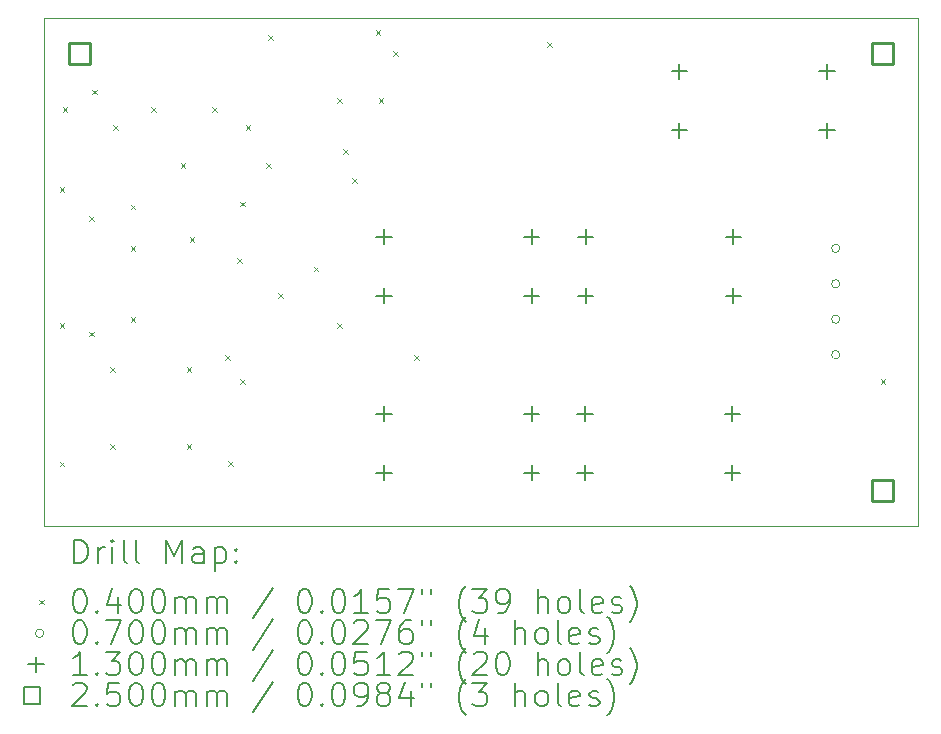
<source format=gbr>
%TF.GenerationSoftware,KiCad,Pcbnew,(6.0.7)*%
%TF.CreationDate,2022-09-05T13:32:50-07:00*%
%TF.ProjectId,ElGato32,456c4761-746f-4333-922e-6b696361645f,rev?*%
%TF.SameCoordinates,Original*%
%TF.FileFunction,Drillmap*%
%TF.FilePolarity,Positive*%
%FSLAX45Y45*%
G04 Gerber Fmt 4.5, Leading zero omitted, Abs format (unit mm)*
G04 Created by KiCad (PCBNEW (6.0.7)) date 2022-09-05 13:32:50*
%MOMM*%
%LPD*%
G01*
G04 APERTURE LIST*
%ADD10C,0.100000*%
%ADD11C,0.200000*%
%ADD12C,0.040000*%
%ADD13C,0.070000*%
%ADD14C,0.130000*%
%ADD15C,0.250000*%
G04 APERTURE END LIST*
D10*
X15400000Y-9000000D02*
X15400000Y-13300000D01*
X8000000Y-13300000D02*
X8000000Y-9000000D01*
X8000000Y-9000000D02*
X15400000Y-9000000D01*
X15400000Y-13300000D02*
X8000000Y-13300000D01*
D11*
D12*
X8130000Y-10430000D02*
X8170000Y-10470000D01*
X8170000Y-10430000D02*
X8130000Y-10470000D01*
X8130000Y-11580000D02*
X8170000Y-11620000D01*
X8170000Y-11580000D02*
X8130000Y-11620000D01*
X8130000Y-12755000D02*
X8170000Y-12795000D01*
X8170000Y-12755000D02*
X8130000Y-12795000D01*
X8155000Y-9755000D02*
X8195000Y-9795000D01*
X8195000Y-9755000D02*
X8155000Y-9795000D01*
X8380000Y-10680000D02*
X8420000Y-10720000D01*
X8420000Y-10680000D02*
X8380000Y-10720000D01*
X8380000Y-11655000D02*
X8420000Y-11695000D01*
X8420000Y-11655000D02*
X8380000Y-11695000D01*
X8405000Y-9605000D02*
X8445000Y-9645000D01*
X8445000Y-9605000D02*
X8405000Y-9645000D01*
X8555000Y-11955000D02*
X8595000Y-11995000D01*
X8595000Y-11955000D02*
X8555000Y-11995000D01*
X8555000Y-12605000D02*
X8595000Y-12645000D01*
X8595000Y-12605000D02*
X8555000Y-12645000D01*
X8580000Y-9905000D02*
X8620000Y-9945000D01*
X8620000Y-9905000D02*
X8580000Y-9945000D01*
X8730000Y-10580000D02*
X8770000Y-10620000D01*
X8770000Y-10580000D02*
X8730000Y-10620000D01*
X8730000Y-10930000D02*
X8770000Y-10970000D01*
X8770000Y-10930000D02*
X8730000Y-10970000D01*
X8730000Y-11530000D02*
X8770000Y-11570000D01*
X8770000Y-11530000D02*
X8730000Y-11570000D01*
X8905000Y-9755050D02*
X8945000Y-9795050D01*
X8945000Y-9755050D02*
X8905000Y-9795050D01*
X9155000Y-10230000D02*
X9195000Y-10270000D01*
X9195000Y-10230000D02*
X9155000Y-10270000D01*
X9205000Y-11955000D02*
X9245000Y-11995000D01*
X9245000Y-11955000D02*
X9205000Y-11995000D01*
X9205000Y-12605000D02*
X9245000Y-12645000D01*
X9245000Y-12605000D02*
X9205000Y-12645000D01*
X9230000Y-10855000D02*
X9270000Y-10895000D01*
X9270000Y-10855000D02*
X9230000Y-10895000D01*
X9420000Y-9755000D02*
X9460000Y-9795000D01*
X9460000Y-9755000D02*
X9420000Y-9795000D01*
X9530000Y-11855000D02*
X9570000Y-11895000D01*
X9570000Y-11855000D02*
X9530000Y-11895000D01*
X9558500Y-12751500D02*
X9598500Y-12791500D01*
X9598500Y-12751500D02*
X9558500Y-12791500D01*
X9630000Y-11030000D02*
X9670000Y-11070000D01*
X9670000Y-11030000D02*
X9630000Y-11070000D01*
X9655000Y-10555000D02*
X9695000Y-10595000D01*
X9695000Y-10555000D02*
X9655000Y-10595000D01*
X9655000Y-12055000D02*
X9695000Y-12095000D01*
X9695000Y-12055000D02*
X9655000Y-12095000D01*
X9705000Y-9905000D02*
X9745000Y-9945000D01*
X9745000Y-9905000D02*
X9705000Y-9945000D01*
X9880000Y-10230000D02*
X9920000Y-10270000D01*
X9920000Y-10230000D02*
X9880000Y-10270000D01*
X9891750Y-9143250D02*
X9931750Y-9183250D01*
X9931750Y-9143250D02*
X9891750Y-9183250D01*
X9980000Y-11330000D02*
X10020000Y-11370000D01*
X10020000Y-11330000D02*
X9980000Y-11370000D01*
X10280000Y-11105000D02*
X10320000Y-11145000D01*
X10320000Y-11105000D02*
X10280000Y-11145000D01*
X10480000Y-9680000D02*
X10520000Y-9720000D01*
X10520000Y-9680000D02*
X10480000Y-9720000D01*
X10480000Y-11580000D02*
X10520000Y-11620000D01*
X10520000Y-11580000D02*
X10480000Y-11620000D01*
X10527500Y-10107500D02*
X10567500Y-10147500D01*
X10567500Y-10107500D02*
X10527500Y-10147500D01*
X10605000Y-10355000D02*
X10645000Y-10395000D01*
X10645000Y-10355000D02*
X10605000Y-10395000D01*
X10805000Y-9105000D02*
X10845000Y-9145000D01*
X10845000Y-9105000D02*
X10805000Y-9145000D01*
X10830000Y-9680000D02*
X10870000Y-9720000D01*
X10870000Y-9680000D02*
X10830000Y-9720000D01*
X10955000Y-9280000D02*
X10995000Y-9320000D01*
X10995000Y-9280000D02*
X10955000Y-9320000D01*
X11130000Y-11855000D02*
X11170000Y-11895000D01*
X11170000Y-11855000D02*
X11130000Y-11895000D01*
X12255000Y-9205000D02*
X12295000Y-9245000D01*
X12295000Y-9205000D02*
X12255000Y-9245000D01*
X15080000Y-12055000D02*
X15120000Y-12095000D01*
X15120000Y-12055000D02*
X15080000Y-12095000D01*
D13*
X14735000Y-10950000D02*
G75*
G03*
X14735000Y-10950000I-35000J0D01*
G01*
X14735000Y-11250000D02*
G75*
G03*
X14735000Y-11250000I-35000J0D01*
G01*
X14735000Y-11550000D02*
G75*
G03*
X14735000Y-11550000I-35000J0D01*
G01*
X14735000Y-11850000D02*
G75*
G03*
X14735000Y-11850000I-35000J0D01*
G01*
D14*
X10876000Y-10785000D02*
X10876000Y-10915000D01*
X10811000Y-10850000D02*
X10941000Y-10850000D01*
X10876000Y-11285000D02*
X10876000Y-11415000D01*
X10811000Y-11350000D02*
X10941000Y-11350000D01*
X10876000Y-12285000D02*
X10876000Y-12415000D01*
X10811000Y-12350000D02*
X10941000Y-12350000D01*
X10876000Y-12785000D02*
X10876000Y-12915000D01*
X10811000Y-12850000D02*
X10941000Y-12850000D01*
X12126000Y-10785000D02*
X12126000Y-10915000D01*
X12061000Y-10850000D02*
X12191000Y-10850000D01*
X12126000Y-11285000D02*
X12126000Y-11415000D01*
X12061000Y-11350000D02*
X12191000Y-11350000D01*
X12126000Y-12285000D02*
X12126000Y-12415000D01*
X12061000Y-12350000D02*
X12191000Y-12350000D01*
X12126000Y-12785000D02*
X12126000Y-12915000D01*
X12061000Y-12850000D02*
X12191000Y-12850000D01*
X12576000Y-12285000D02*
X12576000Y-12415000D01*
X12511000Y-12350000D02*
X12641000Y-12350000D01*
X12576000Y-12785000D02*
X12576000Y-12915000D01*
X12511000Y-12850000D02*
X12641000Y-12850000D01*
X12583000Y-10785000D02*
X12583000Y-10915000D01*
X12518000Y-10850000D02*
X12648000Y-10850000D01*
X12583000Y-11285000D02*
X12583000Y-11415000D01*
X12518000Y-11350000D02*
X12648000Y-11350000D01*
X13376000Y-9385000D02*
X13376000Y-9515000D01*
X13311000Y-9450000D02*
X13441000Y-9450000D01*
X13376000Y-9885000D02*
X13376000Y-10015000D01*
X13311000Y-9950000D02*
X13441000Y-9950000D01*
X13826000Y-12285000D02*
X13826000Y-12415000D01*
X13761000Y-12350000D02*
X13891000Y-12350000D01*
X13826000Y-12785000D02*
X13826000Y-12915000D01*
X13761000Y-12850000D02*
X13891000Y-12850000D01*
X13833000Y-10785000D02*
X13833000Y-10915000D01*
X13768000Y-10850000D02*
X13898000Y-10850000D01*
X13833000Y-11285000D02*
X13833000Y-11415000D01*
X13768000Y-11350000D02*
X13898000Y-11350000D01*
X14626000Y-9385000D02*
X14626000Y-9515000D01*
X14561000Y-9450000D02*
X14691000Y-9450000D01*
X14626000Y-9885000D02*
X14626000Y-10015000D01*
X14561000Y-9950000D02*
X14691000Y-9950000D01*
D15*
X8388389Y-9388389D02*
X8388389Y-9211611D01*
X8211611Y-9211611D01*
X8211611Y-9388389D01*
X8388389Y-9388389D01*
X15188389Y-9388389D02*
X15188389Y-9211611D01*
X15011611Y-9211611D01*
X15011611Y-9388389D01*
X15188389Y-9388389D01*
X15188389Y-13088389D02*
X15188389Y-12911611D01*
X15011611Y-12911611D01*
X15011611Y-13088389D01*
X15188389Y-13088389D01*
D11*
X8252619Y-13615476D02*
X8252619Y-13415476D01*
X8300238Y-13415476D01*
X8328809Y-13425000D01*
X8347857Y-13444048D01*
X8357381Y-13463095D01*
X8366905Y-13501190D01*
X8366905Y-13529762D01*
X8357381Y-13567857D01*
X8347857Y-13586905D01*
X8328809Y-13605952D01*
X8300238Y-13615476D01*
X8252619Y-13615476D01*
X8452619Y-13615476D02*
X8452619Y-13482143D01*
X8452619Y-13520238D02*
X8462143Y-13501190D01*
X8471667Y-13491667D01*
X8490714Y-13482143D01*
X8509762Y-13482143D01*
X8576429Y-13615476D02*
X8576429Y-13482143D01*
X8576429Y-13415476D02*
X8566905Y-13425000D01*
X8576429Y-13434524D01*
X8585952Y-13425000D01*
X8576429Y-13415476D01*
X8576429Y-13434524D01*
X8700238Y-13615476D02*
X8681190Y-13605952D01*
X8671667Y-13586905D01*
X8671667Y-13415476D01*
X8805000Y-13615476D02*
X8785952Y-13605952D01*
X8776429Y-13586905D01*
X8776429Y-13415476D01*
X9033571Y-13615476D02*
X9033571Y-13415476D01*
X9100238Y-13558333D01*
X9166905Y-13415476D01*
X9166905Y-13615476D01*
X9347857Y-13615476D02*
X9347857Y-13510714D01*
X9338333Y-13491667D01*
X9319286Y-13482143D01*
X9281190Y-13482143D01*
X9262143Y-13491667D01*
X9347857Y-13605952D02*
X9328810Y-13615476D01*
X9281190Y-13615476D01*
X9262143Y-13605952D01*
X9252619Y-13586905D01*
X9252619Y-13567857D01*
X9262143Y-13548809D01*
X9281190Y-13539286D01*
X9328810Y-13539286D01*
X9347857Y-13529762D01*
X9443095Y-13482143D02*
X9443095Y-13682143D01*
X9443095Y-13491667D02*
X9462143Y-13482143D01*
X9500238Y-13482143D01*
X9519286Y-13491667D01*
X9528810Y-13501190D01*
X9538333Y-13520238D01*
X9538333Y-13577381D01*
X9528810Y-13596428D01*
X9519286Y-13605952D01*
X9500238Y-13615476D01*
X9462143Y-13615476D01*
X9443095Y-13605952D01*
X9624048Y-13596428D02*
X9633571Y-13605952D01*
X9624048Y-13615476D01*
X9614524Y-13605952D01*
X9624048Y-13596428D01*
X9624048Y-13615476D01*
X9624048Y-13491667D02*
X9633571Y-13501190D01*
X9624048Y-13510714D01*
X9614524Y-13501190D01*
X9624048Y-13491667D01*
X9624048Y-13510714D01*
D12*
X7955000Y-13925000D02*
X7995000Y-13965000D01*
X7995000Y-13925000D02*
X7955000Y-13965000D01*
D11*
X8290714Y-13835476D02*
X8309762Y-13835476D01*
X8328809Y-13845000D01*
X8338333Y-13854524D01*
X8347857Y-13873571D01*
X8357381Y-13911667D01*
X8357381Y-13959286D01*
X8347857Y-13997381D01*
X8338333Y-14016428D01*
X8328809Y-14025952D01*
X8309762Y-14035476D01*
X8290714Y-14035476D01*
X8271667Y-14025952D01*
X8262143Y-14016428D01*
X8252619Y-13997381D01*
X8243095Y-13959286D01*
X8243095Y-13911667D01*
X8252619Y-13873571D01*
X8262143Y-13854524D01*
X8271667Y-13845000D01*
X8290714Y-13835476D01*
X8443095Y-14016428D02*
X8452619Y-14025952D01*
X8443095Y-14035476D01*
X8433571Y-14025952D01*
X8443095Y-14016428D01*
X8443095Y-14035476D01*
X8624048Y-13902143D02*
X8624048Y-14035476D01*
X8576429Y-13825952D02*
X8528810Y-13968809D01*
X8652619Y-13968809D01*
X8766905Y-13835476D02*
X8785952Y-13835476D01*
X8805000Y-13845000D01*
X8814524Y-13854524D01*
X8824048Y-13873571D01*
X8833571Y-13911667D01*
X8833571Y-13959286D01*
X8824048Y-13997381D01*
X8814524Y-14016428D01*
X8805000Y-14025952D01*
X8785952Y-14035476D01*
X8766905Y-14035476D01*
X8747857Y-14025952D01*
X8738333Y-14016428D01*
X8728810Y-13997381D01*
X8719286Y-13959286D01*
X8719286Y-13911667D01*
X8728810Y-13873571D01*
X8738333Y-13854524D01*
X8747857Y-13845000D01*
X8766905Y-13835476D01*
X8957381Y-13835476D02*
X8976429Y-13835476D01*
X8995476Y-13845000D01*
X9005000Y-13854524D01*
X9014524Y-13873571D01*
X9024048Y-13911667D01*
X9024048Y-13959286D01*
X9014524Y-13997381D01*
X9005000Y-14016428D01*
X8995476Y-14025952D01*
X8976429Y-14035476D01*
X8957381Y-14035476D01*
X8938333Y-14025952D01*
X8928810Y-14016428D01*
X8919286Y-13997381D01*
X8909762Y-13959286D01*
X8909762Y-13911667D01*
X8919286Y-13873571D01*
X8928810Y-13854524D01*
X8938333Y-13845000D01*
X8957381Y-13835476D01*
X9109762Y-14035476D02*
X9109762Y-13902143D01*
X9109762Y-13921190D02*
X9119286Y-13911667D01*
X9138333Y-13902143D01*
X9166905Y-13902143D01*
X9185952Y-13911667D01*
X9195476Y-13930714D01*
X9195476Y-14035476D01*
X9195476Y-13930714D02*
X9205000Y-13911667D01*
X9224048Y-13902143D01*
X9252619Y-13902143D01*
X9271667Y-13911667D01*
X9281190Y-13930714D01*
X9281190Y-14035476D01*
X9376429Y-14035476D02*
X9376429Y-13902143D01*
X9376429Y-13921190D02*
X9385952Y-13911667D01*
X9405000Y-13902143D01*
X9433571Y-13902143D01*
X9452619Y-13911667D01*
X9462143Y-13930714D01*
X9462143Y-14035476D01*
X9462143Y-13930714D02*
X9471667Y-13911667D01*
X9490714Y-13902143D01*
X9519286Y-13902143D01*
X9538333Y-13911667D01*
X9547857Y-13930714D01*
X9547857Y-14035476D01*
X9938333Y-13825952D02*
X9766905Y-14083095D01*
X10195476Y-13835476D02*
X10214524Y-13835476D01*
X10233571Y-13845000D01*
X10243095Y-13854524D01*
X10252619Y-13873571D01*
X10262143Y-13911667D01*
X10262143Y-13959286D01*
X10252619Y-13997381D01*
X10243095Y-14016428D01*
X10233571Y-14025952D01*
X10214524Y-14035476D01*
X10195476Y-14035476D01*
X10176429Y-14025952D01*
X10166905Y-14016428D01*
X10157381Y-13997381D01*
X10147857Y-13959286D01*
X10147857Y-13911667D01*
X10157381Y-13873571D01*
X10166905Y-13854524D01*
X10176429Y-13845000D01*
X10195476Y-13835476D01*
X10347857Y-14016428D02*
X10357381Y-14025952D01*
X10347857Y-14035476D01*
X10338333Y-14025952D01*
X10347857Y-14016428D01*
X10347857Y-14035476D01*
X10481190Y-13835476D02*
X10500238Y-13835476D01*
X10519286Y-13845000D01*
X10528810Y-13854524D01*
X10538333Y-13873571D01*
X10547857Y-13911667D01*
X10547857Y-13959286D01*
X10538333Y-13997381D01*
X10528810Y-14016428D01*
X10519286Y-14025952D01*
X10500238Y-14035476D01*
X10481190Y-14035476D01*
X10462143Y-14025952D01*
X10452619Y-14016428D01*
X10443095Y-13997381D01*
X10433571Y-13959286D01*
X10433571Y-13911667D01*
X10443095Y-13873571D01*
X10452619Y-13854524D01*
X10462143Y-13845000D01*
X10481190Y-13835476D01*
X10738333Y-14035476D02*
X10624048Y-14035476D01*
X10681190Y-14035476D02*
X10681190Y-13835476D01*
X10662143Y-13864048D01*
X10643095Y-13883095D01*
X10624048Y-13892619D01*
X10919286Y-13835476D02*
X10824048Y-13835476D01*
X10814524Y-13930714D01*
X10824048Y-13921190D01*
X10843095Y-13911667D01*
X10890714Y-13911667D01*
X10909762Y-13921190D01*
X10919286Y-13930714D01*
X10928810Y-13949762D01*
X10928810Y-13997381D01*
X10919286Y-14016428D01*
X10909762Y-14025952D01*
X10890714Y-14035476D01*
X10843095Y-14035476D01*
X10824048Y-14025952D01*
X10814524Y-14016428D01*
X10995476Y-13835476D02*
X11128810Y-13835476D01*
X11043095Y-14035476D01*
X11195476Y-13835476D02*
X11195476Y-13873571D01*
X11271667Y-13835476D02*
X11271667Y-13873571D01*
X11566905Y-14111667D02*
X11557381Y-14102143D01*
X11538333Y-14073571D01*
X11528809Y-14054524D01*
X11519286Y-14025952D01*
X11509762Y-13978333D01*
X11509762Y-13940238D01*
X11519286Y-13892619D01*
X11528809Y-13864048D01*
X11538333Y-13845000D01*
X11557381Y-13816428D01*
X11566905Y-13806905D01*
X11624048Y-13835476D02*
X11747857Y-13835476D01*
X11681190Y-13911667D01*
X11709762Y-13911667D01*
X11728809Y-13921190D01*
X11738333Y-13930714D01*
X11747857Y-13949762D01*
X11747857Y-13997381D01*
X11738333Y-14016428D01*
X11728809Y-14025952D01*
X11709762Y-14035476D01*
X11652619Y-14035476D01*
X11633571Y-14025952D01*
X11624048Y-14016428D01*
X11843095Y-14035476D02*
X11881190Y-14035476D01*
X11900238Y-14025952D01*
X11909762Y-14016428D01*
X11928809Y-13987857D01*
X11938333Y-13949762D01*
X11938333Y-13873571D01*
X11928809Y-13854524D01*
X11919286Y-13845000D01*
X11900238Y-13835476D01*
X11862143Y-13835476D01*
X11843095Y-13845000D01*
X11833571Y-13854524D01*
X11824048Y-13873571D01*
X11824048Y-13921190D01*
X11833571Y-13940238D01*
X11843095Y-13949762D01*
X11862143Y-13959286D01*
X11900238Y-13959286D01*
X11919286Y-13949762D01*
X11928809Y-13940238D01*
X11938333Y-13921190D01*
X12176428Y-14035476D02*
X12176428Y-13835476D01*
X12262143Y-14035476D02*
X12262143Y-13930714D01*
X12252619Y-13911667D01*
X12233571Y-13902143D01*
X12205000Y-13902143D01*
X12185952Y-13911667D01*
X12176428Y-13921190D01*
X12385952Y-14035476D02*
X12366905Y-14025952D01*
X12357381Y-14016428D01*
X12347857Y-13997381D01*
X12347857Y-13940238D01*
X12357381Y-13921190D01*
X12366905Y-13911667D01*
X12385952Y-13902143D01*
X12414524Y-13902143D01*
X12433571Y-13911667D01*
X12443095Y-13921190D01*
X12452619Y-13940238D01*
X12452619Y-13997381D01*
X12443095Y-14016428D01*
X12433571Y-14025952D01*
X12414524Y-14035476D01*
X12385952Y-14035476D01*
X12566905Y-14035476D02*
X12547857Y-14025952D01*
X12538333Y-14006905D01*
X12538333Y-13835476D01*
X12719286Y-14025952D02*
X12700238Y-14035476D01*
X12662143Y-14035476D01*
X12643095Y-14025952D01*
X12633571Y-14006905D01*
X12633571Y-13930714D01*
X12643095Y-13911667D01*
X12662143Y-13902143D01*
X12700238Y-13902143D01*
X12719286Y-13911667D01*
X12728809Y-13930714D01*
X12728809Y-13949762D01*
X12633571Y-13968809D01*
X12805000Y-14025952D02*
X12824048Y-14035476D01*
X12862143Y-14035476D01*
X12881190Y-14025952D01*
X12890714Y-14006905D01*
X12890714Y-13997381D01*
X12881190Y-13978333D01*
X12862143Y-13968809D01*
X12833571Y-13968809D01*
X12814524Y-13959286D01*
X12805000Y-13940238D01*
X12805000Y-13930714D01*
X12814524Y-13911667D01*
X12833571Y-13902143D01*
X12862143Y-13902143D01*
X12881190Y-13911667D01*
X12957381Y-14111667D02*
X12966905Y-14102143D01*
X12985952Y-14073571D01*
X12995476Y-14054524D01*
X13005000Y-14025952D01*
X13014524Y-13978333D01*
X13014524Y-13940238D01*
X13005000Y-13892619D01*
X12995476Y-13864048D01*
X12985952Y-13845000D01*
X12966905Y-13816428D01*
X12957381Y-13806905D01*
D13*
X7995000Y-14209000D02*
G75*
G03*
X7995000Y-14209000I-35000J0D01*
G01*
D11*
X8290714Y-14099476D02*
X8309762Y-14099476D01*
X8328809Y-14109000D01*
X8338333Y-14118524D01*
X8347857Y-14137571D01*
X8357381Y-14175667D01*
X8357381Y-14223286D01*
X8347857Y-14261381D01*
X8338333Y-14280428D01*
X8328809Y-14289952D01*
X8309762Y-14299476D01*
X8290714Y-14299476D01*
X8271667Y-14289952D01*
X8262143Y-14280428D01*
X8252619Y-14261381D01*
X8243095Y-14223286D01*
X8243095Y-14175667D01*
X8252619Y-14137571D01*
X8262143Y-14118524D01*
X8271667Y-14109000D01*
X8290714Y-14099476D01*
X8443095Y-14280428D02*
X8452619Y-14289952D01*
X8443095Y-14299476D01*
X8433571Y-14289952D01*
X8443095Y-14280428D01*
X8443095Y-14299476D01*
X8519286Y-14099476D02*
X8652619Y-14099476D01*
X8566905Y-14299476D01*
X8766905Y-14099476D02*
X8785952Y-14099476D01*
X8805000Y-14109000D01*
X8814524Y-14118524D01*
X8824048Y-14137571D01*
X8833571Y-14175667D01*
X8833571Y-14223286D01*
X8824048Y-14261381D01*
X8814524Y-14280428D01*
X8805000Y-14289952D01*
X8785952Y-14299476D01*
X8766905Y-14299476D01*
X8747857Y-14289952D01*
X8738333Y-14280428D01*
X8728810Y-14261381D01*
X8719286Y-14223286D01*
X8719286Y-14175667D01*
X8728810Y-14137571D01*
X8738333Y-14118524D01*
X8747857Y-14109000D01*
X8766905Y-14099476D01*
X8957381Y-14099476D02*
X8976429Y-14099476D01*
X8995476Y-14109000D01*
X9005000Y-14118524D01*
X9014524Y-14137571D01*
X9024048Y-14175667D01*
X9024048Y-14223286D01*
X9014524Y-14261381D01*
X9005000Y-14280428D01*
X8995476Y-14289952D01*
X8976429Y-14299476D01*
X8957381Y-14299476D01*
X8938333Y-14289952D01*
X8928810Y-14280428D01*
X8919286Y-14261381D01*
X8909762Y-14223286D01*
X8909762Y-14175667D01*
X8919286Y-14137571D01*
X8928810Y-14118524D01*
X8938333Y-14109000D01*
X8957381Y-14099476D01*
X9109762Y-14299476D02*
X9109762Y-14166143D01*
X9109762Y-14185190D02*
X9119286Y-14175667D01*
X9138333Y-14166143D01*
X9166905Y-14166143D01*
X9185952Y-14175667D01*
X9195476Y-14194714D01*
X9195476Y-14299476D01*
X9195476Y-14194714D02*
X9205000Y-14175667D01*
X9224048Y-14166143D01*
X9252619Y-14166143D01*
X9271667Y-14175667D01*
X9281190Y-14194714D01*
X9281190Y-14299476D01*
X9376429Y-14299476D02*
X9376429Y-14166143D01*
X9376429Y-14185190D02*
X9385952Y-14175667D01*
X9405000Y-14166143D01*
X9433571Y-14166143D01*
X9452619Y-14175667D01*
X9462143Y-14194714D01*
X9462143Y-14299476D01*
X9462143Y-14194714D02*
X9471667Y-14175667D01*
X9490714Y-14166143D01*
X9519286Y-14166143D01*
X9538333Y-14175667D01*
X9547857Y-14194714D01*
X9547857Y-14299476D01*
X9938333Y-14089952D02*
X9766905Y-14347095D01*
X10195476Y-14099476D02*
X10214524Y-14099476D01*
X10233571Y-14109000D01*
X10243095Y-14118524D01*
X10252619Y-14137571D01*
X10262143Y-14175667D01*
X10262143Y-14223286D01*
X10252619Y-14261381D01*
X10243095Y-14280428D01*
X10233571Y-14289952D01*
X10214524Y-14299476D01*
X10195476Y-14299476D01*
X10176429Y-14289952D01*
X10166905Y-14280428D01*
X10157381Y-14261381D01*
X10147857Y-14223286D01*
X10147857Y-14175667D01*
X10157381Y-14137571D01*
X10166905Y-14118524D01*
X10176429Y-14109000D01*
X10195476Y-14099476D01*
X10347857Y-14280428D02*
X10357381Y-14289952D01*
X10347857Y-14299476D01*
X10338333Y-14289952D01*
X10347857Y-14280428D01*
X10347857Y-14299476D01*
X10481190Y-14099476D02*
X10500238Y-14099476D01*
X10519286Y-14109000D01*
X10528810Y-14118524D01*
X10538333Y-14137571D01*
X10547857Y-14175667D01*
X10547857Y-14223286D01*
X10538333Y-14261381D01*
X10528810Y-14280428D01*
X10519286Y-14289952D01*
X10500238Y-14299476D01*
X10481190Y-14299476D01*
X10462143Y-14289952D01*
X10452619Y-14280428D01*
X10443095Y-14261381D01*
X10433571Y-14223286D01*
X10433571Y-14175667D01*
X10443095Y-14137571D01*
X10452619Y-14118524D01*
X10462143Y-14109000D01*
X10481190Y-14099476D01*
X10624048Y-14118524D02*
X10633571Y-14109000D01*
X10652619Y-14099476D01*
X10700238Y-14099476D01*
X10719286Y-14109000D01*
X10728810Y-14118524D01*
X10738333Y-14137571D01*
X10738333Y-14156619D01*
X10728810Y-14185190D01*
X10614524Y-14299476D01*
X10738333Y-14299476D01*
X10805000Y-14099476D02*
X10938333Y-14099476D01*
X10852619Y-14299476D01*
X11100238Y-14099476D02*
X11062143Y-14099476D01*
X11043095Y-14109000D01*
X11033571Y-14118524D01*
X11014524Y-14147095D01*
X11005000Y-14185190D01*
X11005000Y-14261381D01*
X11014524Y-14280428D01*
X11024048Y-14289952D01*
X11043095Y-14299476D01*
X11081190Y-14299476D01*
X11100238Y-14289952D01*
X11109762Y-14280428D01*
X11119286Y-14261381D01*
X11119286Y-14213762D01*
X11109762Y-14194714D01*
X11100238Y-14185190D01*
X11081190Y-14175667D01*
X11043095Y-14175667D01*
X11024048Y-14185190D01*
X11014524Y-14194714D01*
X11005000Y-14213762D01*
X11195476Y-14099476D02*
X11195476Y-14137571D01*
X11271667Y-14099476D02*
X11271667Y-14137571D01*
X11566905Y-14375667D02*
X11557381Y-14366143D01*
X11538333Y-14337571D01*
X11528809Y-14318524D01*
X11519286Y-14289952D01*
X11509762Y-14242333D01*
X11509762Y-14204238D01*
X11519286Y-14156619D01*
X11528809Y-14128048D01*
X11538333Y-14109000D01*
X11557381Y-14080428D01*
X11566905Y-14070905D01*
X11728809Y-14166143D02*
X11728809Y-14299476D01*
X11681190Y-14089952D02*
X11633571Y-14232809D01*
X11757381Y-14232809D01*
X11985952Y-14299476D02*
X11985952Y-14099476D01*
X12071667Y-14299476D02*
X12071667Y-14194714D01*
X12062143Y-14175667D01*
X12043095Y-14166143D01*
X12014524Y-14166143D01*
X11995476Y-14175667D01*
X11985952Y-14185190D01*
X12195476Y-14299476D02*
X12176428Y-14289952D01*
X12166905Y-14280428D01*
X12157381Y-14261381D01*
X12157381Y-14204238D01*
X12166905Y-14185190D01*
X12176428Y-14175667D01*
X12195476Y-14166143D01*
X12224048Y-14166143D01*
X12243095Y-14175667D01*
X12252619Y-14185190D01*
X12262143Y-14204238D01*
X12262143Y-14261381D01*
X12252619Y-14280428D01*
X12243095Y-14289952D01*
X12224048Y-14299476D01*
X12195476Y-14299476D01*
X12376428Y-14299476D02*
X12357381Y-14289952D01*
X12347857Y-14270905D01*
X12347857Y-14099476D01*
X12528809Y-14289952D02*
X12509762Y-14299476D01*
X12471667Y-14299476D01*
X12452619Y-14289952D01*
X12443095Y-14270905D01*
X12443095Y-14194714D01*
X12452619Y-14175667D01*
X12471667Y-14166143D01*
X12509762Y-14166143D01*
X12528809Y-14175667D01*
X12538333Y-14194714D01*
X12538333Y-14213762D01*
X12443095Y-14232809D01*
X12614524Y-14289952D02*
X12633571Y-14299476D01*
X12671667Y-14299476D01*
X12690714Y-14289952D01*
X12700238Y-14270905D01*
X12700238Y-14261381D01*
X12690714Y-14242333D01*
X12671667Y-14232809D01*
X12643095Y-14232809D01*
X12624048Y-14223286D01*
X12614524Y-14204238D01*
X12614524Y-14194714D01*
X12624048Y-14175667D01*
X12643095Y-14166143D01*
X12671667Y-14166143D01*
X12690714Y-14175667D01*
X12766905Y-14375667D02*
X12776428Y-14366143D01*
X12795476Y-14337571D01*
X12805000Y-14318524D01*
X12814524Y-14289952D01*
X12824048Y-14242333D01*
X12824048Y-14204238D01*
X12814524Y-14156619D01*
X12805000Y-14128048D01*
X12795476Y-14109000D01*
X12776428Y-14080428D01*
X12766905Y-14070905D01*
D14*
X7930000Y-14408000D02*
X7930000Y-14538000D01*
X7865000Y-14473000D02*
X7995000Y-14473000D01*
D11*
X8357381Y-14563476D02*
X8243095Y-14563476D01*
X8300238Y-14563476D02*
X8300238Y-14363476D01*
X8281190Y-14392048D01*
X8262143Y-14411095D01*
X8243095Y-14420619D01*
X8443095Y-14544428D02*
X8452619Y-14553952D01*
X8443095Y-14563476D01*
X8433571Y-14553952D01*
X8443095Y-14544428D01*
X8443095Y-14563476D01*
X8519286Y-14363476D02*
X8643095Y-14363476D01*
X8576429Y-14439667D01*
X8605000Y-14439667D01*
X8624048Y-14449190D01*
X8633571Y-14458714D01*
X8643095Y-14477762D01*
X8643095Y-14525381D01*
X8633571Y-14544428D01*
X8624048Y-14553952D01*
X8605000Y-14563476D01*
X8547857Y-14563476D01*
X8528810Y-14553952D01*
X8519286Y-14544428D01*
X8766905Y-14363476D02*
X8785952Y-14363476D01*
X8805000Y-14373000D01*
X8814524Y-14382524D01*
X8824048Y-14401571D01*
X8833571Y-14439667D01*
X8833571Y-14487286D01*
X8824048Y-14525381D01*
X8814524Y-14544428D01*
X8805000Y-14553952D01*
X8785952Y-14563476D01*
X8766905Y-14563476D01*
X8747857Y-14553952D01*
X8738333Y-14544428D01*
X8728810Y-14525381D01*
X8719286Y-14487286D01*
X8719286Y-14439667D01*
X8728810Y-14401571D01*
X8738333Y-14382524D01*
X8747857Y-14373000D01*
X8766905Y-14363476D01*
X8957381Y-14363476D02*
X8976429Y-14363476D01*
X8995476Y-14373000D01*
X9005000Y-14382524D01*
X9014524Y-14401571D01*
X9024048Y-14439667D01*
X9024048Y-14487286D01*
X9014524Y-14525381D01*
X9005000Y-14544428D01*
X8995476Y-14553952D01*
X8976429Y-14563476D01*
X8957381Y-14563476D01*
X8938333Y-14553952D01*
X8928810Y-14544428D01*
X8919286Y-14525381D01*
X8909762Y-14487286D01*
X8909762Y-14439667D01*
X8919286Y-14401571D01*
X8928810Y-14382524D01*
X8938333Y-14373000D01*
X8957381Y-14363476D01*
X9109762Y-14563476D02*
X9109762Y-14430143D01*
X9109762Y-14449190D02*
X9119286Y-14439667D01*
X9138333Y-14430143D01*
X9166905Y-14430143D01*
X9185952Y-14439667D01*
X9195476Y-14458714D01*
X9195476Y-14563476D01*
X9195476Y-14458714D02*
X9205000Y-14439667D01*
X9224048Y-14430143D01*
X9252619Y-14430143D01*
X9271667Y-14439667D01*
X9281190Y-14458714D01*
X9281190Y-14563476D01*
X9376429Y-14563476D02*
X9376429Y-14430143D01*
X9376429Y-14449190D02*
X9385952Y-14439667D01*
X9405000Y-14430143D01*
X9433571Y-14430143D01*
X9452619Y-14439667D01*
X9462143Y-14458714D01*
X9462143Y-14563476D01*
X9462143Y-14458714D02*
X9471667Y-14439667D01*
X9490714Y-14430143D01*
X9519286Y-14430143D01*
X9538333Y-14439667D01*
X9547857Y-14458714D01*
X9547857Y-14563476D01*
X9938333Y-14353952D02*
X9766905Y-14611095D01*
X10195476Y-14363476D02*
X10214524Y-14363476D01*
X10233571Y-14373000D01*
X10243095Y-14382524D01*
X10252619Y-14401571D01*
X10262143Y-14439667D01*
X10262143Y-14487286D01*
X10252619Y-14525381D01*
X10243095Y-14544428D01*
X10233571Y-14553952D01*
X10214524Y-14563476D01*
X10195476Y-14563476D01*
X10176429Y-14553952D01*
X10166905Y-14544428D01*
X10157381Y-14525381D01*
X10147857Y-14487286D01*
X10147857Y-14439667D01*
X10157381Y-14401571D01*
X10166905Y-14382524D01*
X10176429Y-14373000D01*
X10195476Y-14363476D01*
X10347857Y-14544428D02*
X10357381Y-14553952D01*
X10347857Y-14563476D01*
X10338333Y-14553952D01*
X10347857Y-14544428D01*
X10347857Y-14563476D01*
X10481190Y-14363476D02*
X10500238Y-14363476D01*
X10519286Y-14373000D01*
X10528810Y-14382524D01*
X10538333Y-14401571D01*
X10547857Y-14439667D01*
X10547857Y-14487286D01*
X10538333Y-14525381D01*
X10528810Y-14544428D01*
X10519286Y-14553952D01*
X10500238Y-14563476D01*
X10481190Y-14563476D01*
X10462143Y-14553952D01*
X10452619Y-14544428D01*
X10443095Y-14525381D01*
X10433571Y-14487286D01*
X10433571Y-14439667D01*
X10443095Y-14401571D01*
X10452619Y-14382524D01*
X10462143Y-14373000D01*
X10481190Y-14363476D01*
X10728810Y-14363476D02*
X10633571Y-14363476D01*
X10624048Y-14458714D01*
X10633571Y-14449190D01*
X10652619Y-14439667D01*
X10700238Y-14439667D01*
X10719286Y-14449190D01*
X10728810Y-14458714D01*
X10738333Y-14477762D01*
X10738333Y-14525381D01*
X10728810Y-14544428D01*
X10719286Y-14553952D01*
X10700238Y-14563476D01*
X10652619Y-14563476D01*
X10633571Y-14553952D01*
X10624048Y-14544428D01*
X10928810Y-14563476D02*
X10814524Y-14563476D01*
X10871667Y-14563476D02*
X10871667Y-14363476D01*
X10852619Y-14392048D01*
X10833571Y-14411095D01*
X10814524Y-14420619D01*
X11005000Y-14382524D02*
X11014524Y-14373000D01*
X11033571Y-14363476D01*
X11081190Y-14363476D01*
X11100238Y-14373000D01*
X11109762Y-14382524D01*
X11119286Y-14401571D01*
X11119286Y-14420619D01*
X11109762Y-14449190D01*
X10995476Y-14563476D01*
X11119286Y-14563476D01*
X11195476Y-14363476D02*
X11195476Y-14401571D01*
X11271667Y-14363476D02*
X11271667Y-14401571D01*
X11566905Y-14639667D02*
X11557381Y-14630143D01*
X11538333Y-14601571D01*
X11528809Y-14582524D01*
X11519286Y-14553952D01*
X11509762Y-14506333D01*
X11509762Y-14468238D01*
X11519286Y-14420619D01*
X11528809Y-14392048D01*
X11538333Y-14373000D01*
X11557381Y-14344428D01*
X11566905Y-14334905D01*
X11633571Y-14382524D02*
X11643095Y-14373000D01*
X11662143Y-14363476D01*
X11709762Y-14363476D01*
X11728809Y-14373000D01*
X11738333Y-14382524D01*
X11747857Y-14401571D01*
X11747857Y-14420619D01*
X11738333Y-14449190D01*
X11624048Y-14563476D01*
X11747857Y-14563476D01*
X11871667Y-14363476D02*
X11890714Y-14363476D01*
X11909762Y-14373000D01*
X11919286Y-14382524D01*
X11928809Y-14401571D01*
X11938333Y-14439667D01*
X11938333Y-14487286D01*
X11928809Y-14525381D01*
X11919286Y-14544428D01*
X11909762Y-14553952D01*
X11890714Y-14563476D01*
X11871667Y-14563476D01*
X11852619Y-14553952D01*
X11843095Y-14544428D01*
X11833571Y-14525381D01*
X11824048Y-14487286D01*
X11824048Y-14439667D01*
X11833571Y-14401571D01*
X11843095Y-14382524D01*
X11852619Y-14373000D01*
X11871667Y-14363476D01*
X12176428Y-14563476D02*
X12176428Y-14363476D01*
X12262143Y-14563476D02*
X12262143Y-14458714D01*
X12252619Y-14439667D01*
X12233571Y-14430143D01*
X12205000Y-14430143D01*
X12185952Y-14439667D01*
X12176428Y-14449190D01*
X12385952Y-14563476D02*
X12366905Y-14553952D01*
X12357381Y-14544428D01*
X12347857Y-14525381D01*
X12347857Y-14468238D01*
X12357381Y-14449190D01*
X12366905Y-14439667D01*
X12385952Y-14430143D01*
X12414524Y-14430143D01*
X12433571Y-14439667D01*
X12443095Y-14449190D01*
X12452619Y-14468238D01*
X12452619Y-14525381D01*
X12443095Y-14544428D01*
X12433571Y-14553952D01*
X12414524Y-14563476D01*
X12385952Y-14563476D01*
X12566905Y-14563476D02*
X12547857Y-14553952D01*
X12538333Y-14534905D01*
X12538333Y-14363476D01*
X12719286Y-14553952D02*
X12700238Y-14563476D01*
X12662143Y-14563476D01*
X12643095Y-14553952D01*
X12633571Y-14534905D01*
X12633571Y-14458714D01*
X12643095Y-14439667D01*
X12662143Y-14430143D01*
X12700238Y-14430143D01*
X12719286Y-14439667D01*
X12728809Y-14458714D01*
X12728809Y-14477762D01*
X12633571Y-14496809D01*
X12805000Y-14553952D02*
X12824048Y-14563476D01*
X12862143Y-14563476D01*
X12881190Y-14553952D01*
X12890714Y-14534905D01*
X12890714Y-14525381D01*
X12881190Y-14506333D01*
X12862143Y-14496809D01*
X12833571Y-14496809D01*
X12814524Y-14487286D01*
X12805000Y-14468238D01*
X12805000Y-14458714D01*
X12814524Y-14439667D01*
X12833571Y-14430143D01*
X12862143Y-14430143D01*
X12881190Y-14439667D01*
X12957381Y-14639667D02*
X12966905Y-14630143D01*
X12985952Y-14601571D01*
X12995476Y-14582524D01*
X13005000Y-14553952D01*
X13014524Y-14506333D01*
X13014524Y-14468238D01*
X13005000Y-14420619D01*
X12995476Y-14392048D01*
X12985952Y-14373000D01*
X12966905Y-14344428D01*
X12957381Y-14334905D01*
X7965711Y-14807711D02*
X7965711Y-14666289D01*
X7824289Y-14666289D01*
X7824289Y-14807711D01*
X7965711Y-14807711D01*
X8243095Y-14646524D02*
X8252619Y-14637000D01*
X8271667Y-14627476D01*
X8319286Y-14627476D01*
X8338333Y-14637000D01*
X8347857Y-14646524D01*
X8357381Y-14665571D01*
X8357381Y-14684619D01*
X8347857Y-14713190D01*
X8233571Y-14827476D01*
X8357381Y-14827476D01*
X8443095Y-14808428D02*
X8452619Y-14817952D01*
X8443095Y-14827476D01*
X8433571Y-14817952D01*
X8443095Y-14808428D01*
X8443095Y-14827476D01*
X8633571Y-14627476D02*
X8538333Y-14627476D01*
X8528810Y-14722714D01*
X8538333Y-14713190D01*
X8557381Y-14703667D01*
X8605000Y-14703667D01*
X8624048Y-14713190D01*
X8633571Y-14722714D01*
X8643095Y-14741762D01*
X8643095Y-14789381D01*
X8633571Y-14808428D01*
X8624048Y-14817952D01*
X8605000Y-14827476D01*
X8557381Y-14827476D01*
X8538333Y-14817952D01*
X8528810Y-14808428D01*
X8766905Y-14627476D02*
X8785952Y-14627476D01*
X8805000Y-14637000D01*
X8814524Y-14646524D01*
X8824048Y-14665571D01*
X8833571Y-14703667D01*
X8833571Y-14751286D01*
X8824048Y-14789381D01*
X8814524Y-14808428D01*
X8805000Y-14817952D01*
X8785952Y-14827476D01*
X8766905Y-14827476D01*
X8747857Y-14817952D01*
X8738333Y-14808428D01*
X8728810Y-14789381D01*
X8719286Y-14751286D01*
X8719286Y-14703667D01*
X8728810Y-14665571D01*
X8738333Y-14646524D01*
X8747857Y-14637000D01*
X8766905Y-14627476D01*
X8957381Y-14627476D02*
X8976429Y-14627476D01*
X8995476Y-14637000D01*
X9005000Y-14646524D01*
X9014524Y-14665571D01*
X9024048Y-14703667D01*
X9024048Y-14751286D01*
X9014524Y-14789381D01*
X9005000Y-14808428D01*
X8995476Y-14817952D01*
X8976429Y-14827476D01*
X8957381Y-14827476D01*
X8938333Y-14817952D01*
X8928810Y-14808428D01*
X8919286Y-14789381D01*
X8909762Y-14751286D01*
X8909762Y-14703667D01*
X8919286Y-14665571D01*
X8928810Y-14646524D01*
X8938333Y-14637000D01*
X8957381Y-14627476D01*
X9109762Y-14827476D02*
X9109762Y-14694143D01*
X9109762Y-14713190D02*
X9119286Y-14703667D01*
X9138333Y-14694143D01*
X9166905Y-14694143D01*
X9185952Y-14703667D01*
X9195476Y-14722714D01*
X9195476Y-14827476D01*
X9195476Y-14722714D02*
X9205000Y-14703667D01*
X9224048Y-14694143D01*
X9252619Y-14694143D01*
X9271667Y-14703667D01*
X9281190Y-14722714D01*
X9281190Y-14827476D01*
X9376429Y-14827476D02*
X9376429Y-14694143D01*
X9376429Y-14713190D02*
X9385952Y-14703667D01*
X9405000Y-14694143D01*
X9433571Y-14694143D01*
X9452619Y-14703667D01*
X9462143Y-14722714D01*
X9462143Y-14827476D01*
X9462143Y-14722714D02*
X9471667Y-14703667D01*
X9490714Y-14694143D01*
X9519286Y-14694143D01*
X9538333Y-14703667D01*
X9547857Y-14722714D01*
X9547857Y-14827476D01*
X9938333Y-14617952D02*
X9766905Y-14875095D01*
X10195476Y-14627476D02*
X10214524Y-14627476D01*
X10233571Y-14637000D01*
X10243095Y-14646524D01*
X10252619Y-14665571D01*
X10262143Y-14703667D01*
X10262143Y-14751286D01*
X10252619Y-14789381D01*
X10243095Y-14808428D01*
X10233571Y-14817952D01*
X10214524Y-14827476D01*
X10195476Y-14827476D01*
X10176429Y-14817952D01*
X10166905Y-14808428D01*
X10157381Y-14789381D01*
X10147857Y-14751286D01*
X10147857Y-14703667D01*
X10157381Y-14665571D01*
X10166905Y-14646524D01*
X10176429Y-14637000D01*
X10195476Y-14627476D01*
X10347857Y-14808428D02*
X10357381Y-14817952D01*
X10347857Y-14827476D01*
X10338333Y-14817952D01*
X10347857Y-14808428D01*
X10347857Y-14827476D01*
X10481190Y-14627476D02*
X10500238Y-14627476D01*
X10519286Y-14637000D01*
X10528810Y-14646524D01*
X10538333Y-14665571D01*
X10547857Y-14703667D01*
X10547857Y-14751286D01*
X10538333Y-14789381D01*
X10528810Y-14808428D01*
X10519286Y-14817952D01*
X10500238Y-14827476D01*
X10481190Y-14827476D01*
X10462143Y-14817952D01*
X10452619Y-14808428D01*
X10443095Y-14789381D01*
X10433571Y-14751286D01*
X10433571Y-14703667D01*
X10443095Y-14665571D01*
X10452619Y-14646524D01*
X10462143Y-14637000D01*
X10481190Y-14627476D01*
X10643095Y-14827476D02*
X10681190Y-14827476D01*
X10700238Y-14817952D01*
X10709762Y-14808428D01*
X10728810Y-14779857D01*
X10738333Y-14741762D01*
X10738333Y-14665571D01*
X10728810Y-14646524D01*
X10719286Y-14637000D01*
X10700238Y-14627476D01*
X10662143Y-14627476D01*
X10643095Y-14637000D01*
X10633571Y-14646524D01*
X10624048Y-14665571D01*
X10624048Y-14713190D01*
X10633571Y-14732238D01*
X10643095Y-14741762D01*
X10662143Y-14751286D01*
X10700238Y-14751286D01*
X10719286Y-14741762D01*
X10728810Y-14732238D01*
X10738333Y-14713190D01*
X10852619Y-14713190D02*
X10833571Y-14703667D01*
X10824048Y-14694143D01*
X10814524Y-14675095D01*
X10814524Y-14665571D01*
X10824048Y-14646524D01*
X10833571Y-14637000D01*
X10852619Y-14627476D01*
X10890714Y-14627476D01*
X10909762Y-14637000D01*
X10919286Y-14646524D01*
X10928810Y-14665571D01*
X10928810Y-14675095D01*
X10919286Y-14694143D01*
X10909762Y-14703667D01*
X10890714Y-14713190D01*
X10852619Y-14713190D01*
X10833571Y-14722714D01*
X10824048Y-14732238D01*
X10814524Y-14751286D01*
X10814524Y-14789381D01*
X10824048Y-14808428D01*
X10833571Y-14817952D01*
X10852619Y-14827476D01*
X10890714Y-14827476D01*
X10909762Y-14817952D01*
X10919286Y-14808428D01*
X10928810Y-14789381D01*
X10928810Y-14751286D01*
X10919286Y-14732238D01*
X10909762Y-14722714D01*
X10890714Y-14713190D01*
X11100238Y-14694143D02*
X11100238Y-14827476D01*
X11052619Y-14617952D02*
X11005000Y-14760809D01*
X11128810Y-14760809D01*
X11195476Y-14627476D02*
X11195476Y-14665571D01*
X11271667Y-14627476D02*
X11271667Y-14665571D01*
X11566905Y-14903667D02*
X11557381Y-14894143D01*
X11538333Y-14865571D01*
X11528809Y-14846524D01*
X11519286Y-14817952D01*
X11509762Y-14770333D01*
X11509762Y-14732238D01*
X11519286Y-14684619D01*
X11528809Y-14656048D01*
X11538333Y-14637000D01*
X11557381Y-14608428D01*
X11566905Y-14598905D01*
X11624048Y-14627476D02*
X11747857Y-14627476D01*
X11681190Y-14703667D01*
X11709762Y-14703667D01*
X11728809Y-14713190D01*
X11738333Y-14722714D01*
X11747857Y-14741762D01*
X11747857Y-14789381D01*
X11738333Y-14808428D01*
X11728809Y-14817952D01*
X11709762Y-14827476D01*
X11652619Y-14827476D01*
X11633571Y-14817952D01*
X11624048Y-14808428D01*
X11985952Y-14827476D02*
X11985952Y-14627476D01*
X12071667Y-14827476D02*
X12071667Y-14722714D01*
X12062143Y-14703667D01*
X12043095Y-14694143D01*
X12014524Y-14694143D01*
X11995476Y-14703667D01*
X11985952Y-14713190D01*
X12195476Y-14827476D02*
X12176428Y-14817952D01*
X12166905Y-14808428D01*
X12157381Y-14789381D01*
X12157381Y-14732238D01*
X12166905Y-14713190D01*
X12176428Y-14703667D01*
X12195476Y-14694143D01*
X12224048Y-14694143D01*
X12243095Y-14703667D01*
X12252619Y-14713190D01*
X12262143Y-14732238D01*
X12262143Y-14789381D01*
X12252619Y-14808428D01*
X12243095Y-14817952D01*
X12224048Y-14827476D01*
X12195476Y-14827476D01*
X12376428Y-14827476D02*
X12357381Y-14817952D01*
X12347857Y-14798905D01*
X12347857Y-14627476D01*
X12528809Y-14817952D02*
X12509762Y-14827476D01*
X12471667Y-14827476D01*
X12452619Y-14817952D01*
X12443095Y-14798905D01*
X12443095Y-14722714D01*
X12452619Y-14703667D01*
X12471667Y-14694143D01*
X12509762Y-14694143D01*
X12528809Y-14703667D01*
X12538333Y-14722714D01*
X12538333Y-14741762D01*
X12443095Y-14760809D01*
X12614524Y-14817952D02*
X12633571Y-14827476D01*
X12671667Y-14827476D01*
X12690714Y-14817952D01*
X12700238Y-14798905D01*
X12700238Y-14789381D01*
X12690714Y-14770333D01*
X12671667Y-14760809D01*
X12643095Y-14760809D01*
X12624048Y-14751286D01*
X12614524Y-14732238D01*
X12614524Y-14722714D01*
X12624048Y-14703667D01*
X12643095Y-14694143D01*
X12671667Y-14694143D01*
X12690714Y-14703667D01*
X12766905Y-14903667D02*
X12776428Y-14894143D01*
X12795476Y-14865571D01*
X12805000Y-14846524D01*
X12814524Y-14817952D01*
X12824048Y-14770333D01*
X12824048Y-14732238D01*
X12814524Y-14684619D01*
X12805000Y-14656048D01*
X12795476Y-14637000D01*
X12776428Y-14608428D01*
X12766905Y-14598905D01*
M02*

</source>
